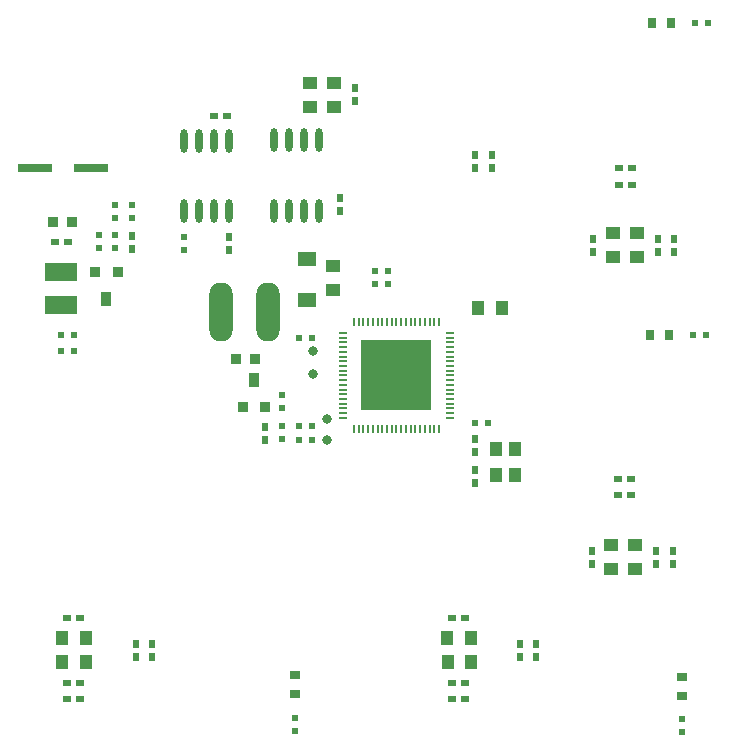
<source format=gtp>
G04*
G04 #@! TF.GenerationSoftware,Altium Limited,Altium Designer,20.0.9 (164)*
G04*
G04 Layer_Color=8421504*
%FSLAX25Y25*%
%MOIN*%
G70*
G01*
G75*
%ADD23R,0.02362X0.02362*%
%ADD24R,0.03150X0.03780*%
%ADD25R,0.23622X0.23622*%
%ADD26O,0.00866X0.03150*%
%ADD27O,0.03150X0.00866*%
%ADD28R,0.04331X0.05118*%
%ADD29R,0.03937X0.04724*%
%ADD30R,0.02362X0.02559*%
%ADD31R,0.02362X0.02362*%
%ADD32C,0.03150*%
%ADD33O,0.07874X0.19685*%
%ADD34R,0.03543X0.03543*%
%ADD35R,0.03583X0.03661*%
%ADD36R,0.03622X0.05118*%
%ADD37R,0.10630X0.06299*%
%ADD38O,0.02362X0.07874*%
%ADD39R,0.02559X0.02362*%
%ADD40R,0.11811X0.02756*%
%ADD41R,0.05906X0.04724*%
%ADD42R,0.05118X0.04331*%
%ADD43R,0.05118X0.03937*%
%ADD44R,0.03937X0.05118*%
%ADD45R,0.03780X0.03150*%
D23*
X575500Y359500D02*
D03*
X571169D02*
D03*
X502665Y330000D02*
D03*
X498335D02*
D03*
X444000Y324500D02*
D03*
X439669D02*
D03*
X444000Y329000D02*
D03*
X439669D02*
D03*
X444165Y358500D02*
D03*
X439835D02*
D03*
X364831Y359500D02*
D03*
X360500D02*
D03*
Y354000D02*
D03*
X364831D02*
D03*
X576000Y463500D02*
D03*
X571669D02*
D03*
D24*
X563000Y359500D02*
D03*
X556779D02*
D03*
X563610Y463500D02*
D03*
X557390D02*
D03*
D25*
X472217Y346024D02*
D03*
D26*
X486390Y328307D02*
D03*
X484815D02*
D03*
X483240D02*
D03*
X481665D02*
D03*
X480091D02*
D03*
X478516D02*
D03*
X476941D02*
D03*
X475366D02*
D03*
X473791D02*
D03*
X472217D02*
D03*
X470642D02*
D03*
X469067D02*
D03*
X467492D02*
D03*
X465917D02*
D03*
X464342D02*
D03*
X462768D02*
D03*
X461193D02*
D03*
X459618D02*
D03*
X458043D02*
D03*
Y363740D02*
D03*
X459618D02*
D03*
X461193D02*
D03*
X462768D02*
D03*
X464342D02*
D03*
X465917D02*
D03*
X467492D02*
D03*
X469067D02*
D03*
X470642D02*
D03*
X472217D02*
D03*
X473791D02*
D03*
X475366D02*
D03*
X476941D02*
D03*
X478516D02*
D03*
X480091D02*
D03*
X481665D02*
D03*
X483240D02*
D03*
X484815D02*
D03*
X486390D02*
D03*
D27*
X454500Y331850D02*
D03*
Y333425D02*
D03*
Y335000D02*
D03*
Y336575D02*
D03*
Y338150D02*
D03*
Y339724D02*
D03*
Y341299D02*
D03*
Y342874D02*
D03*
Y344449D02*
D03*
Y346024D02*
D03*
Y347598D02*
D03*
Y349173D02*
D03*
Y350748D02*
D03*
Y352323D02*
D03*
Y353898D02*
D03*
Y355472D02*
D03*
Y357047D02*
D03*
Y358622D02*
D03*
Y360197D02*
D03*
X489933D02*
D03*
Y358622D02*
D03*
Y357047D02*
D03*
Y355472D02*
D03*
Y353898D02*
D03*
Y352323D02*
D03*
Y350748D02*
D03*
Y349173D02*
D03*
Y347598D02*
D03*
X489933Y346024D02*
D03*
X489933Y344449D02*
D03*
Y342874D02*
D03*
Y341299D02*
D03*
Y339724D02*
D03*
Y338150D02*
D03*
Y336575D02*
D03*
Y335000D02*
D03*
Y333425D02*
D03*
Y331850D02*
D03*
D28*
X499500Y368500D02*
D03*
X507374D02*
D03*
X497134Y250626D02*
D03*
X489260D02*
D03*
X368705Y250500D02*
D03*
X360831D02*
D03*
D29*
X505413Y312669D02*
D03*
X511571Y321331D02*
D03*
X511571Y312669D02*
D03*
X505413Y321331D02*
D03*
D30*
X498492Y310169D02*
D03*
Y314500D02*
D03*
Y324831D02*
D03*
Y320500D02*
D03*
X428500Y324500D02*
D03*
Y328831D02*
D03*
X384000Y392500D02*
D03*
Y388169D02*
D03*
X416500Y387669D02*
D03*
Y392000D02*
D03*
X453500Y405165D02*
D03*
Y400835D02*
D03*
X458500Y441665D02*
D03*
Y437335D02*
D03*
X504000Y415169D02*
D03*
Y419500D02*
D03*
X498500Y415169D02*
D03*
Y419500D02*
D03*
X564874Y387071D02*
D03*
Y391402D02*
D03*
X559374Y387071D02*
D03*
Y391402D02*
D03*
X537874D02*
D03*
Y387071D02*
D03*
X537374Y287402D02*
D03*
Y283071D02*
D03*
X558874D02*
D03*
Y287402D02*
D03*
X564374Y283071D02*
D03*
Y287402D02*
D03*
X518797Y256457D02*
D03*
Y252126D02*
D03*
X513297Y256457D02*
D03*
Y252126D02*
D03*
X390768Y256331D02*
D03*
Y252000D02*
D03*
X385268Y256331D02*
D03*
Y252000D02*
D03*
D31*
X434000Y335000D02*
D03*
Y339331D02*
D03*
Y324665D02*
D03*
Y328996D02*
D03*
X378500Y398335D02*
D03*
Y402665D02*
D03*
X384000Y398500D02*
D03*
Y402831D02*
D03*
X373000Y392665D02*
D03*
Y388335D02*
D03*
X378500Y388500D02*
D03*
Y392831D02*
D03*
X401500Y387669D02*
D03*
Y392000D02*
D03*
X465000Y376335D02*
D03*
Y380665D02*
D03*
X469500D02*
D03*
Y376335D02*
D03*
X567500Y227000D02*
D03*
Y231331D02*
D03*
X438500Y227449D02*
D03*
Y231780D02*
D03*
D32*
X449000Y324500D02*
D03*
Y331500D02*
D03*
X444500Y346500D02*
D03*
Y354000D02*
D03*
D33*
X413626Y367000D02*
D03*
X429374D02*
D03*
D34*
X425150Y351500D02*
D03*
X418850D02*
D03*
X364150Y397000D02*
D03*
X357850D02*
D03*
D35*
X421020Y335331D02*
D03*
X428500Y335331D02*
D03*
X379240Y380626D02*
D03*
X371760Y380626D02*
D03*
D36*
X424760Y344583D02*
D03*
X375500Y371374D02*
D03*
D37*
X360500Y369476D02*
D03*
Y380500D02*
D03*
D38*
X416500Y424311D02*
D03*
X411500D02*
D03*
X406500D02*
D03*
X401500D02*
D03*
X416500Y400689D02*
D03*
X411500D02*
D03*
X406500D02*
D03*
X401500D02*
D03*
X446508Y424500D02*
D03*
X441508D02*
D03*
X436508D02*
D03*
X431508D02*
D03*
X446508Y400878D02*
D03*
X441508D02*
D03*
X436508D02*
D03*
X431508D02*
D03*
D39*
X411500Y432500D02*
D03*
X415831D02*
D03*
X362831Y390500D02*
D03*
X358500D02*
D03*
X546543Y409571D02*
D03*
X550874D02*
D03*
X546543Y415071D02*
D03*
X550874D02*
D03*
X546043Y306071D02*
D03*
X550374D02*
D03*
X546043Y311571D02*
D03*
X550374D02*
D03*
X495027Y265126D02*
D03*
X490697D02*
D03*
Y243626D02*
D03*
X495027D02*
D03*
X490697Y238126D02*
D03*
X495027D02*
D03*
X366598Y265000D02*
D03*
X362268D02*
D03*
Y238000D02*
D03*
X366598D02*
D03*
X362268Y243500D02*
D03*
X366598D02*
D03*
D40*
X351748Y415000D02*
D03*
X370252D02*
D03*
D41*
X442500Y371307D02*
D03*
Y384693D02*
D03*
D42*
X451000Y374500D02*
D03*
Y382374D02*
D03*
X443500Y443437D02*
D03*
Y435563D02*
D03*
X552374Y393508D02*
D03*
Y385634D02*
D03*
X551874Y289508D02*
D03*
Y281634D02*
D03*
D43*
X451500Y443437D02*
D03*
Y435563D02*
D03*
X544374Y385571D02*
D03*
Y393445D02*
D03*
X543874Y281571D02*
D03*
Y289445D02*
D03*
D44*
X489197Y258626D02*
D03*
X497071D02*
D03*
X360768Y258500D02*
D03*
X368642D02*
D03*
D45*
X567500Y239220D02*
D03*
Y245441D02*
D03*
X438500Y239779D02*
D03*
Y246000D02*
D03*
M02*

</source>
